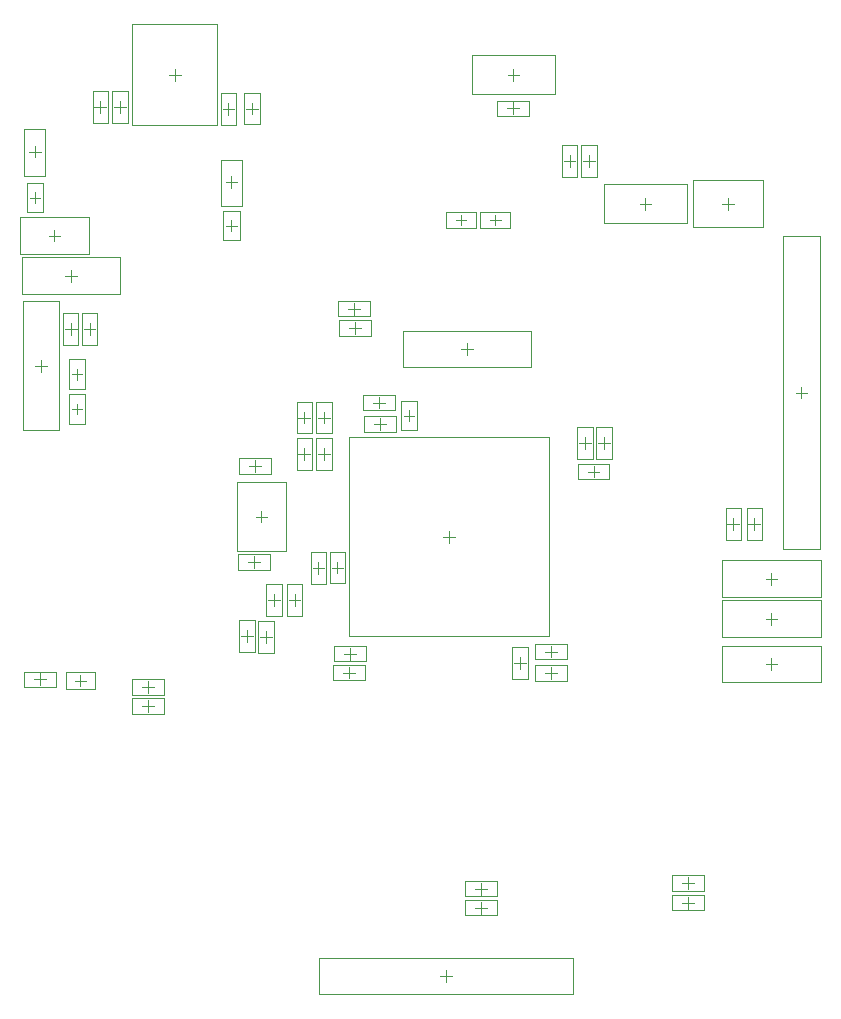
<source format=gbr>
G04*
G04 #@! TF.GenerationSoftware,Altium Limited,Altium Designer,22.9.1 (49)*
G04*
G04 Layer_Color=32768*
%FSTAX24Y24*%
%MOIN*%
G70*
G04*
G04 #@! TF.SameCoordinates,D3726A14-7932-4F0B-9928-97F3702F6CAB*
G04*
G04*
G04 #@! TF.FilePolarity,Positive*
G04*
G01*
G75*
%ADD75C,0.0020*%
%ADD76C,0.0039*%
D75*
X0167Y031103D02*
Y031497D01*
X015322Y03065D02*
Y03195D01*
X018078Y03065D02*
Y03195D01*
X015322D02*
X018078D01*
X015322Y03065D02*
X018078D01*
X016503Y0313D02*
X016897D01*
X009944Y015386D02*
X010456D01*
X009944Y014323D02*
Y015386D01*
Y014323D02*
X010456D01*
Y015386D01*
X010003Y014855D02*
X010397D01*
X0102Y014658D02*
Y015052D01*
X010576Y015402D02*
X011087D01*
X010576Y014339D02*
Y015402D01*
Y014339D02*
X011087D01*
Y015402D01*
X010635Y01487D02*
X011028D01*
X010832Y014673D02*
Y015067D01*
X011223Y012573D02*
X017877D01*
X011223Y019227D02*
X017877D01*
Y012573D02*
Y019227D01*
X011223Y012573D02*
Y019227D01*
X016149Y029924D02*
Y030436D01*
Y029924D02*
X017212D01*
Y030436D01*
X016149D02*
X017212D01*
X01668Y029983D02*
Y030377D01*
X016483Y03018D02*
X016877D01*
X0156Y026726D02*
X016584D01*
X0156Y026174D02*
X016584D01*
X0156D02*
Y026726D01*
X016584Y026174D02*
Y026726D01*
X018314Y027898D02*
X018826D01*
Y028962D01*
X018314D02*
X018826D01*
X018314Y027898D02*
Y028962D01*
X018373Y02843D02*
X018767D01*
X01857Y028233D02*
Y028627D01*
X018964Y027898D02*
X019476D01*
Y028962D01*
X018964D02*
X019476D01*
X018964Y027898D02*
Y028962D01*
X019023Y02843D02*
X019417D01*
X01922Y028233D02*
Y028627D01*
X014458Y026726D02*
X015442D01*
X014458Y026174D02*
X015442D01*
X014458D02*
Y026726D01*
X015442Y026174D02*
Y026726D01*
X011033Y011368D02*
X011427D01*
X01123Y011172D02*
Y011565D01*
X010698Y011624D02*
X011761D01*
Y011113D02*
Y011624D01*
X010698Y011113D02*
X011761D01*
X010698D02*
Y011624D01*
X011058Y012D02*
X011452D01*
X011255Y011803D02*
Y012197D01*
X010723Y012256D02*
X011786D01*
Y011744D02*
Y012256D01*
X010723Y011744D02*
X011786D01*
X010723D02*
Y012256D01*
X009146Y013248D02*
X009657D01*
Y014311D01*
X009146D02*
X009657D01*
X009146Y013248D02*
Y014311D01*
X009205Y01378D02*
X009598D01*
X009402Y013583D02*
Y013977D01*
X00872Y013583D02*
Y013977D01*
X008523Y01378D02*
X008917D01*
X008464Y013248D02*
Y014311D01*
X008976D01*
Y013248D02*
Y014311D01*
X008464Y013248D02*
X008976D01*
X008452Y012364D02*
Y012758D01*
X008255Y012561D02*
X008648D01*
X008196Y012029D02*
Y013092D01*
X008708D01*
Y012029D02*
Y013092D01*
X008196Y012029D02*
X008708D01*
X00782Y012383D02*
Y012777D01*
X007623Y01258D02*
X008017D01*
X007564Y012048D02*
Y013111D01*
X008076D01*
Y012048D02*
Y013111D01*
X007564Y012048D02*
X008076D01*
X017749Y01135D02*
X018143D01*
X017946Y011153D02*
Y011547D01*
X017414Y011094D02*
X018477D01*
X017414D02*
Y011606D01*
X018477D01*
Y011094D02*
Y011606D01*
X017749Y01207D02*
X018143D01*
X017946Y011873D02*
Y012267D01*
X017414Y011814D02*
X018477D01*
X017414D02*
Y012326D01*
X018477D01*
Y011814D02*
Y012326D01*
X01692Y011483D02*
Y011877D01*
X016723Y01168D02*
X017117D01*
X016664Y011149D02*
Y012212D01*
X017176D01*
Y011149D02*
Y012212D01*
X016664Y011149D02*
X017176D01*
X012058Y01965D02*
X012452D01*
X012255Y019453D02*
Y019847D01*
X011723Y019394D02*
X012786D01*
X011723D02*
Y019906D01*
X012786D01*
Y019394D02*
Y019906D01*
X012938Y020428D02*
X01349D01*
X012938Y019443D02*
X01349D01*
Y020428D01*
X012938Y019443D02*
Y020428D01*
X022669Y027787D02*
X025031D01*
X022669Y026213D02*
X025031D01*
X022669D02*
Y027787D01*
X025031Y026213D02*
Y027787D01*
X0211Y026803D02*
Y027197D01*
X022478Y02635D02*
Y02765D01*
X019722Y02635D02*
Y02765D01*
Y02635D02*
X022478D01*
X019722Y02765D02*
X022478D01*
X020903Y027D02*
X021297D01*
X011198Y0235D02*
X011592D01*
X011395Y023303D02*
Y023697D01*
X010864Y023244D02*
X011927D01*
X010864D02*
Y023756D01*
X011927D01*
Y023244D02*
Y023756D01*
X011208Y02285D02*
X011602D01*
X011405Y022653D02*
Y023047D01*
X010873Y022594D02*
X011936D01*
X010873D02*
Y023106D01*
X011936D01*
Y022594D02*
Y023106D01*
X000474Y026708D02*
X001026D01*
X000474Y027692D02*
X001026D01*
X000474Y026708D02*
Y027692D01*
X001026Y026708D02*
Y027692D01*
X007024Y025776D02*
X007576D01*
X007024Y02676D02*
X007576D01*
X007024Y025776D02*
Y02676D01*
X007576Y025776D02*
Y02676D01*
X006824Y029627D02*
Y032973D01*
X00399Y029627D02*
Y032973D01*
X006824D01*
X00399Y029627D02*
X006824D01*
X00293Y030023D02*
Y030417D01*
X002733Y03022D02*
X003127D01*
X003186Y029688D02*
Y030752D01*
X002674Y029688D02*
X003186D01*
X002674D02*
Y030752D01*
X003186D01*
X00358Y030023D02*
Y030417D01*
X003383Y03022D02*
X003777D01*
X003836Y029688D02*
Y030752D01*
X003324Y029688D02*
X003836D01*
X003324D02*
Y030752D01*
X003836D01*
X0072Y029958D02*
Y030352D01*
X007003Y030155D02*
X007397D01*
X007456Y029623D02*
Y030686D01*
X006944Y029623D02*
X007456D01*
X006944D02*
Y030686D01*
X007456D01*
X00798Y029973D02*
Y030367D01*
X007783Y03017D02*
X008177D01*
X008236Y029639D02*
Y030701D01*
X007724Y029639D02*
X008236D01*
X007724D02*
Y030701D01*
X008236D01*
X022308Y00435D02*
X022702D01*
X022505Y004153D02*
Y004547D01*
X021973Y004606D02*
X023036D01*
Y004094D02*
Y004606D01*
X021973Y004094D02*
X023036D01*
X021973D02*
Y004606D01*
X022308Y0037D02*
X022702D01*
X022505Y003503D02*
Y003897D01*
X021973Y003956D02*
X023036D01*
Y003444D02*
Y003956D01*
X021973Y003444D02*
X023036D01*
X021973D02*
Y003956D01*
X025103Y01165D02*
X025497D01*
X0253Y011453D02*
Y011847D01*
X023662Y012258D02*
X026938D01*
Y011042D02*
Y012258D01*
X023662Y011042D02*
X026938D01*
X023662D02*
Y012258D01*
X010234Y00064D02*
Y00186D01*
Y00064D02*
X018686D01*
Y00186D01*
X010234D02*
X018686D01*
X014263Y00125D02*
X014657D01*
X01446Y001053D02*
Y001447D01*
X015433Y004162D02*
X015827D01*
X01563Y003965D02*
Y004358D01*
X015099Y004417D02*
X016162D01*
Y003906D02*
Y004417D01*
X015099Y003906D02*
X016162D01*
X015099D02*
Y004417D01*
X015433Y00353D02*
X015827D01*
X01563Y003333D02*
Y003727D01*
X015099Y003786D02*
X016162D01*
Y003274D02*
Y003786D01*
X015099Y003274D02*
X016162D01*
X015099D02*
Y003786D01*
X004323Y010255D02*
X004717D01*
X00452Y010058D02*
Y010452D01*
X003988Y009999D02*
X005052D01*
X003988D02*
Y010511D01*
X005052D01*
Y009999D02*
Y010511D01*
X004323Y010886D02*
X004717D01*
X00452Y010689D02*
Y011083D01*
X003988Y01063D02*
X005052D01*
X003988D02*
Y011142D01*
X005052D01*
Y01063D02*
Y011142D01*
X001772Y010827D02*
Y011378D01*
X002757Y010827D02*
Y011378D01*
X001772D02*
X002757D01*
X001772Y010827D02*
X002757D01*
X008103Y016569D02*
X008497D01*
X0083Y016372D02*
Y016766D01*
X009107Y015427D02*
Y017711D01*
X007493Y015427D02*
X009107D01*
X007493D02*
Y017711D01*
X009107D01*
X007858Y015052D02*
X008252D01*
X008055Y014855D02*
Y015249D01*
X007523Y015308D02*
X008586D01*
Y014796D02*
Y015308D01*
X007523Y014796D02*
X008586D01*
X007523D02*
Y015308D01*
X007898Y01825D02*
X008292D01*
X008095Y018053D02*
Y018447D01*
X007564Y017994D02*
X008627D01*
X007564D02*
Y018506D01*
X008627D01*
Y017994D02*
Y018506D01*
X000708Y011142D02*
X001102D01*
X000905Y010945D02*
Y011339D01*
X000373Y011398D02*
X001436D01*
Y010886D02*
Y011398D01*
X000373Y010886D02*
X001436D01*
X000373D02*
Y011398D01*
X014953Y02215D02*
X015347D01*
X01515Y021953D02*
Y022347D01*
X013012Y021542D02*
X017288D01*
X013012D02*
Y022758D01*
X017288D01*
Y021542D02*
Y022758D01*
X019173Y01807D02*
X019567D01*
X01937Y017873D02*
Y018267D01*
X018838Y017814D02*
X019901D01*
X018838D02*
Y018326D01*
X019901D01*
Y017814D02*
Y018326D01*
X00973Y019673D02*
Y020067D01*
X009533Y01987D02*
X009927D01*
X009986Y019339D02*
Y020401D01*
X009474Y019339D02*
X009986D01*
X009474D02*
Y020401D01*
X009986D01*
X01038Y018454D02*
Y018848D01*
X010183Y018651D02*
X010577D01*
X010636Y018119D02*
Y019182D01*
X010124Y018119D02*
X010636D01*
X010124D02*
Y019182D01*
X010636D01*
X01038Y019673D02*
Y020067D01*
X010183Y01987D02*
X010577D01*
X010636Y019339D02*
Y020401D01*
X010124Y019339D02*
X010636D01*
X010124D02*
Y020401D01*
X010636D01*
X012023Y02037D02*
X012417D01*
X01222Y020173D02*
Y020567D01*
X011688Y020114D02*
X012751D01*
X011688D02*
Y020626D01*
X012751D01*
Y020114D02*
Y020626D01*
X01972Y018833D02*
Y019227D01*
X019523Y01903D02*
X019917D01*
X019464Y018499D02*
Y019562D01*
X019976D01*
Y018499D02*
Y019562D01*
X019464Y018499D02*
X019976D01*
X00973Y018454D02*
Y018848D01*
X009533Y018651D02*
X009927D01*
X009986Y018119D02*
Y019182D01*
X009474Y018119D02*
X009986D01*
X009474D02*
Y019182D01*
X009986D01*
X019088Y018833D02*
Y019227D01*
X018892Y01903D02*
X019285D01*
X018832Y018499D02*
Y019562D01*
X019344D01*
Y018499D02*
Y019562D01*
X018832Y018499D02*
X019344D01*
X02569Y015478D02*
X02691D01*
Y025931D01*
X02569D02*
X02691D01*
X02569Y015478D02*
Y025931D01*
X0263Y020508D02*
Y020901D01*
X026103Y020704D02*
X026497D01*
X02473Y016123D02*
Y016517D01*
X024533Y01632D02*
X024927D01*
X024986Y015789D02*
Y016852D01*
X024474Y015789D02*
X024986D01*
X024474D02*
Y016852D01*
X024986D01*
X02403Y016123D02*
Y016517D01*
X023833Y01632D02*
X024227D01*
X024286Y015789D02*
Y016852D01*
X023774Y015789D02*
X024286D01*
X023774D02*
Y016852D01*
X024286D01*
X001938Y022633D02*
Y023027D01*
X001742Y02283D02*
X002135D01*
X001682Y022299D02*
Y023361D01*
X002194D01*
Y022299D02*
Y023361D01*
X001682Y022299D02*
X002194D01*
X00257Y022633D02*
Y023027D01*
X002373Y02283D02*
X002767D01*
X002314Y022299D02*
Y023361D01*
X002826D01*
Y022299D02*
Y023361D01*
X002314Y022299D02*
X002826D01*
X00095Y021403D02*
Y021797D01*
X000753Y0216D02*
X001147D01*
X001558Y019462D02*
Y023738D01*
X000342Y019462D02*
X001558D01*
X000342D02*
Y023738D01*
X001558D01*
X001874Y020822D02*
X002426D01*
X001874Y021807D02*
X002426D01*
X001874Y020822D02*
Y021807D01*
X002426Y020822D02*
Y021807D01*
X001874Y020642D02*
X002426D01*
X001874Y019658D02*
X002426D01*
Y020642D01*
X001874Y019658D02*
Y020642D01*
X025103Y0145D02*
X025497D01*
X0253Y014303D02*
Y014697D01*
X023662Y015108D02*
X026938D01*
Y013892D02*
Y015108D01*
X023662Y013892D02*
X026938D01*
X023662D02*
Y015108D01*
X001753Y0246D02*
X002147D01*
X00195Y024403D02*
Y024797D01*
X000312Y023992D02*
X003588D01*
X000312D02*
Y025208D01*
X003588D01*
Y023992D02*
Y025208D01*
X000262Y026545D02*
X002538D01*
Y025328D02*
Y026545D01*
X000262Y025328D02*
X002538D01*
X000262D02*
Y026545D01*
X0014Y025739D02*
Y026133D01*
X001203Y025936D02*
X001597D01*
X025103Y013164D02*
X025497D01*
X0253Y012967D02*
Y013361D01*
X023662Y013772D02*
X026938D01*
Y012555D02*
Y013772D01*
X023662Y012555D02*
X026938D01*
X023662D02*
Y013772D01*
D76*
X01455Y015703D02*
Y016097D01*
X014353Y0159D02*
X014747D01*
X016092Y026273D02*
Y026627D01*
X015915Y02645D02*
X016269D01*
X01495Y026273D02*
Y026627D01*
X014773Y02645D02*
X015127D01*
X013214Y019758D02*
Y020113D01*
X013037Y019935D02*
X013391D01*
X02385Y026803D02*
Y027197D01*
X023653Y027D02*
X024047D01*
X000553Y028737D02*
X000947D01*
X00075Y02854D02*
Y028933D01*
X0004Y027937D02*
Y029487D01*
X0011Y027937D02*
Y029487D01*
X0004Y027937D02*
X0011D01*
X0004Y029487D02*
X0011D01*
X007103Y027713D02*
X007497D01*
X0073Y027517D02*
Y02791D01*
X00695Y026913D02*
Y028463D01*
X00765Y026913D02*
Y028463D01*
X00695Y026913D02*
X00765D01*
X00695Y028463D02*
X00765D01*
X00075Y027023D02*
Y027377D01*
X000573Y0272D02*
X000927D01*
X0073Y026091D02*
Y026445D01*
X007123Y026268D02*
X007477D01*
X00521Y0313D02*
X005604D01*
X005407Y031103D02*
Y031497D01*
X002087Y011102D02*
X002442D01*
X002265Y010925D02*
Y011279D01*
X00215Y021137D02*
Y021492D01*
X001973Y021315D02*
X002327D01*
X00215Y019973D02*
Y020327D01*
X001973Y02015D02*
X002327D01*
M02*

</source>
